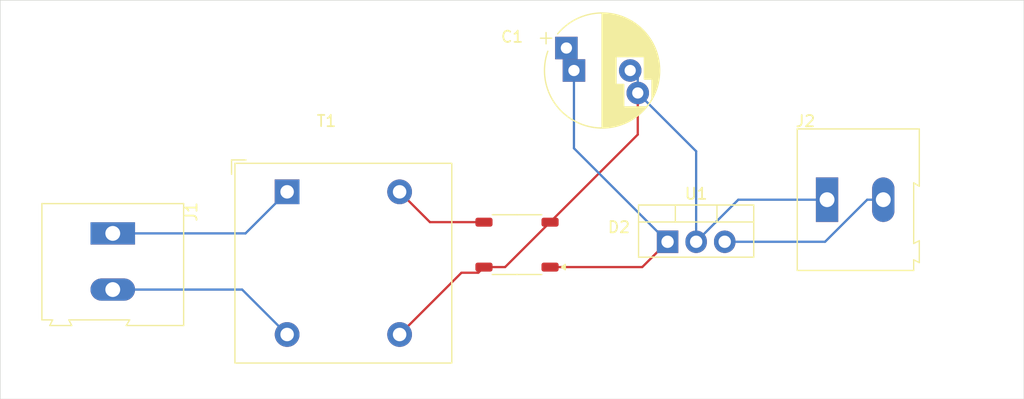
<source format=kicad_pcb>
(kicad_pcb (version 20240108) (generator "pcbnew") (generator_version "8.0")
  (layers (0 "F.Cu" signal) (31 "B.Cu" signal) (34 "B.Paste" user) (35 "F.Paste" user) (36 "B.SilkS" user "B.Silkscreen") (37 "F.SilkS" user "F.Silkscreen") (38 "B.Mask" user) (39 "F.Mask" user) (44 "Edge.Cuts" user))
  (net 0 "")
  (net 1 "Net-(D2-+)")
  (net 2 "Net-(T1-SB)")
  (net 3 "Net-(J1-Pin_2)")
  (net 4 "Net-(J1-Pin_1)")
  (net 5 "Net-(J2-Pin_2)")
  (net 6 "GND")
  (footprint "TerminalBlock:TerminalBlock_Altech_AK300-2_P5.00mm" (layer "F.Cu") (at 185.5 60.5)
    (property "Reference" "J2" (at -1.92 -6.99 0) (layer "F.SilkS"))
    (property "Value" "Screw_Terminal_01x02")
    (fp_line (start -2.65 -6.3) (end -2.65 6.3) (stroke (width 0.12)) (layer "F.SilkS"))
    (fp_line (start -2.65 6.3) (end 7.7 6.3) (stroke (width 0.12)) (layer "F.SilkS"))
    (fp_line (start 7.7 -1.5) (end 8.2 -1.2) (stroke (width 0.12)) (layer "F.SilkS"))
    (fp_line (start 7.7 3.9) (end 7.7 -1.5) (stroke (width 0.12)) (layer "F.SilkS"))
    (fp_line (start 7.7 5.35) (end 8.2 5.6) (stroke (width 0.12)) (layer "F.SilkS"))
    (fp_line (start 7.7 6.3) (end 7.7 5.35) (stroke (width 0.12)) (layer "F.SilkS"))
    (fp_line (start 8.2 -6.3) (end -2.65 -6.3) (stroke (width 0.12)) (layer "F.SilkS"))
    (fp_line (start 8.2 -1.2) (end 8.2 -6.3) (stroke (width 0.12)) (layer "F.SilkS"))
    (fp_line (start 8.2 3.65) (end 7.7 3.9) (stroke (width 0.12)) (layer "F.SilkS"))
    (fp_line (start 8.2 3.7) (end 8.2 3.65) (stroke (width 0.12)) (layer "F.SilkS"))
    (fp_line (start 8.2 5.6) (end 8.2 3.7) (stroke (width 0.12)) (layer "F.SilkS"))
    (pad "1" thru_hole rect (at 0 0) (size 1.98 3.96) (drill 1.32) (layers "*.Cu" "*.Mask") (net 6 "GND"))
    (pad "2" thru_hole oval (at 5 0) (size 1.98 3.96) (drill 1.32) (layers "*.Cu" "*.Mask") (net 5 "Net-(J2-Pin_2)"))
  )
  (footprint "Package_SO:TSSOP-4_4.4x5mm_P4mm" (layer "F.Cu") (at 157.9375 64.5 180)
    (property "Reference" "D2" (at -9.0625 1.55 0) (layer "F.SilkS"))
    (property "Value" "MDB6S")
    (fp_line (start 0 2.66) (end 2.2 2.66) (stroke (width 0.12)) (layer "F.SilkS"))
    (fp_line (start 0 2.66) (end -2.2 2.66) (stroke (width 0.12)) (layer "F.SilkS"))
    (fp_line (start 0 -2.66) (end 2.2 -2.66) (stroke (width 0.12)) (layer "F.SilkS"))
    (fp_line (start 0 -2.66) (end -2.2 -2.66) (stroke (width 0.12)) (layer "F.SilkS"))
    (fp_poly (pts (xy -3.96 -2) (xy -4.29 -2.24) (xy -4.29 -1.76) (xy -3.96 -2)) (stroke (width 0.12)) (fill solid) (layer "F.SilkS"))
    (pad "1" smd roundrect (at -2.9375 -2 180) (size 1.525 0.8) (layers "F.Cu" "F.Paste" "F.Mask") (net 1 "Net-(D2-+)"))
    (pad "2" smd roundrect (at -2.9375 2 180) (size 1.525 0.8) (layers "F.Cu" "F.Paste" "F.Mask") (net 6 "GND"))
    (pad "3" smd roundrect (at 2.9375 2 180) (size 1.525 0.8) (layers "F.Cu" "F.Paste" "F.Mask") (net 2 "Net-(T1-SB)"))
    (pad "4" smd roundrect (at 2.9375 -2 180) (size 1.525 0.8) (layers "F.Cu" "F.Paste" "F.Mask") (net 6 "GND"))
  )
  (footprint "Capacitor_THT:CP_Radial_D10.0mm_P5.00mm_P7.50mm" (layer "F.Cu") (at 163 49)
    (property "Reference" "C1" (at -5.5 -3 0) (layer "F.SilkS"))
    (property "Value" "C_Polarized")
    (fp_line (start -2.979646 -2.875) (end -1.979646 -2.875) (stroke (width 0.12)) (layer "F.SilkS"))
    (fp_line (start -2.479646 -3.375) (end -2.479646 -2.375) (stroke (width 0.12)) (layer "F.SilkS"))
    (fp_line (start 2.5 -5.08) (end 2.5 5.08) (stroke (width 0.12)) (layer "F.SilkS"))
    (fp_line (start 2.54 -5.08) (end 2.54 5.08) (stroke (width 0.12)) (layer "F.SilkS"))
    (fp_line (start 2.58 -5.08) (end 2.58 5.08) (stroke (width 0.12)) (layer "F.SilkS"))
    (fp_line (start 2.62 -5.079) (end 2.62 5.079) (stroke (width 0.12)) (layer "F.SilkS"))
    (fp_line (start 2.66 -5.078) (end 2.66 5.078) (stroke (width 0.12)) (layer "F.SilkS"))
    (fp_line (start 2.7 -5.077) (end 2.7 5.077) (stroke (width 0.12)) (layer "F.SilkS"))
    (fp_line (start 2.74 -5.075) (end 2.74 5.075) (stroke (width 0.12)) (layer "F.SilkS"))
    (fp_line (start 2.78 -5.073) (end 2.78 5.073) (stroke (width 0.12)) (layer "F.SilkS"))
    (fp_line (start 2.82 -5.07) (end 2.82 5.07) (stroke (width 0.12)) (layer "F.SilkS"))
    (fp_line (start 2.86 -5.068) (end 2.86 5.068) (stroke (width 0.12)) (layer "F.SilkS"))
    (fp_line (start 2.9 -5.065) (end 2.9 5.065) (stroke (width 0.12)) (layer "F.SilkS"))
    (fp_line (start 2.94 -5.062) (end 2.94 5.062) (stroke (width 0.12)) (layer "F.SilkS"))
    (fp_line (start 2.98 -5.058) (end 2.98 5.058) (stroke (width 0.12)) (layer "F.SilkS"))
    (fp_line (start 3.02 -5.054) (end 3.02 5.054) (stroke (width 0.12)) (layer "F.SilkS"))
    (fp_line (start 3.06 -5.05) (end 3.06 5.05) (stroke (width 0.12)) (layer "F.SilkS"))
    (fp_line (start 3.1 -5.045) (end 3.1 5.045) (stroke (width 0.12)) (layer "F.SilkS"))
    (fp_line (start 3.14 -5.04) (end 3.14 5.04) (stroke (width 0.12)) (layer "F.SilkS"))
    (fp_line (start 3.18 -5.035) (end 3.18 5.035) (stroke (width 0.12)) (layer "F.SilkS"))
    (fp_line (start 3.221 -5.03) (end 3.221 5.03) (stroke (width 0.12)) (layer "F.SilkS"))
    (fp_line (start 3.261 -5.024) (end 3.261 5.024) (stroke (width 0.12)) (layer "F.SilkS"))
    (fp_line (start 3.301 -5.018) (end 3.301 5.018) (stroke (width 0.12)) (layer "F.SilkS"))
    (fp_line (start 3.341 -5.011) (end 3.341 5.011) (stroke (width 0.12)) (layer "F.SilkS"))
    (fp_line (start 3.381 -5.004) (end 3.381 5.004) (stroke (width 0.12)) (layer "F.SilkS"))
    (fp_line (start 3.421 -4.997) (end 3.421 4.997) (stroke (width 0.12)) (layer "F.SilkS"))
    (fp_line (start 3.461 -4.99) (end 3.461 4.99) (stroke (width 0.12)) (layer "F.SilkS"))
    (fp_line (start 3.501 -4.982) (end 3.501 4.982) (stroke (width 0.12)) (layer "F.SilkS"))
    (fp_line (start 3.541 -4.974) (end 3.541 4.974) (stroke (width 0.12)) (layer "F.SilkS"))
    (fp_line (start 3.581 -4.965) (end 3.581 4.965) (stroke (width 0.12)) (layer "F.SilkS"))
    (fp_line (start 3.621 -4.956) (end 3.621 4.956) (stroke (width 0.12)) (layer "F.SilkS"))
    (fp_line (start 3.661 -4.947) (end 3.661 4.947) (stroke (width 0.12)) (layer "F.SilkS"))
    (fp_line (start 3.701 -4.938) (end 3.701 4.938) (stroke (width 0.12)) (layer "F.SilkS"))
    (fp_line (start 3.741 -4.928) (end 3.741 4.928) (stroke (width 0.12)) (layer "F.SilkS"))
    (fp_line (start 3.781 -4.918) (end 3.781 -1.241) (stroke (width 0.12)) (layer "F.SilkS"))
    (fp_line (start 3.781 1.241) (end 3.781 4.918) (stroke (width 0.12)) (layer "F.SilkS"))
    (fp_line (start 3.821 -4.907) (end 3.821 -1.241) (stroke (width 0.12)) (layer "F.SilkS"))
    (fp_line (start 3.821 1.241) (end 3.821 4.907) (stroke (width 0.12)) (layer "F.SilkS"))
    (fp_line (start 3.861 -4.897) (end 3.861 -1.241) (stroke (width 0.12)) (layer "F.SilkS"))
    (fp_line (start 3.861 1.241) (end 3.861 4.897) (stroke (width 0.12)) (layer "F.SilkS"))
    (fp_line (start 3.901 -4.885) (end 3.901 -1.241) (stroke (width 0.12)) (layer "F.SilkS"))
    (fp_line (start 3.901 1.241) (end 3.901 4.885) (stroke (width 0.12)) (layer "F.SilkS"))
    (fp_line (start 3.941 -4.874) (end 3.941 -1.241) (stroke (width 0.12)) (layer "F.SilkS"))
    (fp_line (start 3.941 1.241) (end 3.941 4.874) (stroke (width 0.12)) (layer "F.SilkS"))
    (fp_line (start 3.981 -4.862) (end 3.981 -1.241) (stroke (width 0.12)) (layer "F.SilkS"))
    (fp_line (start 3.981 1.241) (end 3.981 4.862) (stroke (width 0.12)) (layer "F.SilkS"))
    (fp_line (start 4.021 -4.85) (end 4.021 -1.241) (stroke (width 0.12)) (layer "F.SilkS"))
    (fp_line (start 4.021 1.241) (end 4.021 4.85) (stroke (width 0.12)) (layer "F.SilkS"))
    (fp_line (start 4.061 -4.837) (end 4.061 -1.241) (stroke (width 0.12)) (layer "F.SilkS"))
    (fp_line (start 4.061 1.241) (end 4.061 4.837) (stroke (width 0.12)) (layer "F.SilkS"))
    (fp_line (start 4.101 -4.824) (end 4.101 -1.241) (stroke (width 0.12)) (layer "F.SilkS"))
    (fp_line (start 4.101 1.241) (end 4.101 4.824) (stroke (width 0.12)) (layer "F.SilkS"))
    (fp_line (start 4.141 -4.811) (end 4.141 -1.241) (stroke (width 0.12)) (layer "F.SilkS"))
    (fp_line (start 4.141 1.241) (end 4.141 4.811) (stroke (width 0.12)) (layer "F.SilkS"))
    (fp_line (start 4.181 -4.797) (end 4.181 -1.241) (stroke (width 0.12)) (layer "F.SilkS"))
    (fp_line (start 4.181 1.241) (end 4.181 4.797) (stroke (width 0.12)) (layer "F.SilkS"))
    (fp_line (start 4.221 -4.783) (end 4.221 -1.241) (stroke (width 0.12)) (layer "F.SilkS"))
    (fp_line (start 4.221 1.241) (end 4.221 4.783) (stroke (width 0.12)) (layer "F.SilkS"))
    (fp_line (start 4.261 -4.768) (end 4.261 -1.241) (stroke (width 0.12)) (layer "F.SilkS"))
    (fp_line (start 4.261 1.241) (end 4.261 4.768) (stroke (width 0.12)) (layer "F.SilkS"))
    (fp_line (start 4.301 -4.754) (end 4.301 -1.241) (stroke (width 0.12)) (layer "F.SilkS"))
    (fp_line (start 4.301 1.241) (end 4.301 4.754) (stroke (width 0.12)) (layer "F.SilkS"))
    (fp_line (start 4.341 -4.738) (end 4.341 -1.241) (stroke (width 0.12)) (layer "F.SilkS"))
    (fp_line (start 4.341 1.241) (end 4.341 4.738) (stroke (width 0.12)) (layer "F.SilkS"))
    (fp_line (start 4.381 -4.723) (end 4.381 -1.241) (stroke (width 0.12)) (layer "F.SilkS"))
    (fp_line (start 4.381 1.241) (end 4.381 4.723) (stroke (width 0.12)) (layer "F.SilkS"))
    (fp_line (start 4.421 -4.707) (end 4.421 -1.241) (stroke (width 0.12)) (layer "F.SilkS"))
    (fp_line (start 4.421 1.241) (end 4.421 4.707) (stroke (width 0.12)) (layer "F.SilkS"))
    (fp_line (start 4.461 -4.69) (end 4.461 -1.241) (stroke (width 0.12)) (layer "F.SilkS"))
    (fp_line (start 4.461 3.24) (end 4.461 4.69) (stroke (width 0.12)) (layer "F.SilkS"))
    (fp_line (start 4.501 -4.674) (end 4.501 -1.241) (stroke (width 0.12)) (layer "F.SilkS"))
    (fp_line (start 4.501 3.24) (end 4.501 4.674) (stroke (width 0.12)) (layer "F.SilkS"))
    (fp_line (start 4.541 -4.657) (end 4.541 -1.241) (stroke (width 0.12)) (layer "F.SilkS"))
    (fp_line (start 4.541 3.24) (end 4.541 4.657) (stroke (width 0.12)) (layer "F.SilkS"))
    (fp_line (start 4.581 -4.639) (end 4.581 -1.241) (stroke (width 0.12)) (layer "F.SilkS"))
    (fp_line (start 4.581 3.24) (end 4.581 4.639) (stroke (width 0.12)) (layer "F.SilkS"))
    (fp_line (start 4.621 -4.621) (end 4.621 -1.241) (stroke (width 0.12)) (layer "F.SilkS"))
    (fp_line (start 4.621 3.24) (end 4.621 4.621) (stroke (width 0.12)) (layer "F.SilkS"))
    (fp_line (start 4.661 -4.603) (end 4.661 -1.241) (stroke (width 0.12)) (layer "F.SilkS"))
    (fp_line (start 4.661 3.24) (end 4.661 4.603) (stroke (width 0.12)) (layer "F.SilkS"))
    (fp_line (start 4.701 -4.584) (end 4.701 -1.241) (stroke (width 0.12)) (layer "F.SilkS"))
    (fp_line (start 4.701 3.24) (end 4.701 4.584) (stroke (width 0.12)) (layer "F.SilkS"))
    (fp_line (start 4.741 -4.564) (end 4.741 -1.241) (stroke (width 0.12)) (layer "F.SilkS"))
    (fp_line (start 4.741 3.24) (end 4.741 4.564) (stroke (width 0.12)) (layer "F.SilkS"))
    (fp_line (start 4.781 -4.545) (end 4.781 -1.241) (stroke (width 0.12)) (layer "F.SilkS"))
    (fp_line (start 4.781 3.24) (end 4.781 4.545) (stroke (width 0.12)) (layer "F.SilkS"))
    (fp_line (start 4.821 -4.525) (end 4.821 -1.241) (stroke (width 0.12)) (layer "F.SilkS"))
    (fp_line (start 4.821 3.24) (end 4.821 4.525) (stroke (width 0.12)) (layer "F.SilkS"))
    (fp_line (start 4.861 -4.504) (end 4.861 -1.241) (stroke (width 0.12)) (layer "F.SilkS"))
    (fp_line (start 4.861 3.24) (end 4.861 4.504) (stroke (width 0.12)) (layer "F.SilkS"))
    (fp_line (start 4.901 -4.483) (end 4.901 -1.241) (stroke (width 0.12)) (layer "F.SilkS"))
    (fp_line (start 4.901 3.24) (end 4.901 4.483) (stroke (width 0.12)) (layer "F.SilkS"))
    (fp_line (start 4.941 -4.462) (end 4.941 -1.241) (stroke (width 0.12)) (layer "F.SilkS"))
    (fp_line (start 4.941 3.24) (end 4.941 4.462) (stroke (width 0.12)) (layer "F.SilkS"))
    (fp_line (start 4.981 -4.44) (end 4.981 -1.241) (stroke (width 0.12)) (layer "F.SilkS"))
    (fp_line (start 4.981 3.24) (end 4.981 4.44) (stroke (width 0.12)) (layer "F.SilkS"))
    (fp_line (start 5.021 -4.417) (end 5.021 -1.241) (stroke (width 0.12)) (layer "F.SilkS"))
    (fp_line (start 5.021 3.24) (end 5.021 4.417) (stroke (width 0.12)) (layer "F.SilkS"))
    (fp_line (start 5.061 -4.395) (end 5.061 -1.241) (stroke (width 0.12)) (layer "F.SilkS"))
    (fp_line (start 5.061 3.24) (end 5.061 4.395) (stroke (width 0.12)) (layer "F.SilkS"))
    (fp_line (start 5.101 -4.371) (end 5.101 -1.241) (stroke (width 0.12)) (layer "F.SilkS"))
    (fp_line (start 5.101 3.24) (end 5.101 4.371) (stroke (width 0.12)) (layer "F.SilkS"))
    (fp_line (start 5.141 -4.347) (end 5.141 -1.241) (stroke (width 0.12)) (layer "F.SilkS"))
    (fp_line (start 5.141 3.24) (end 5.141 4.347) (stroke (width 0.12)) (layer "F.SilkS"))
    (fp_line (start 5.181 -4.323) (end 5.181 -1.241) (stroke (width 0.12)) (layer "F.SilkS"))
    (fp_line (start 5.181 3.24) (end 5.181 4.323) (stroke (width 0.12)) (layer "F.SilkS"))
    (fp_line (start 5.221 -4.298) (end 5.221 -1.241) (stroke (width 0.12)) (layer "F.SilkS"))
    (fp_line (start 5.221 3.24) (end 5.221 4.298) (stroke (width 0.12)) (layer "F.SilkS"))
    (fp_line (start 5.261 -4.273) (end 5.261 -1.241) (stroke (width 0.12)) (layer "F.SilkS"))
    (fp_line (start 5.261 3.24) (end 5.261 4.273) (stroke (width 0.12)) (layer "F.SilkS"))
    (fp_line (start 5.301 -4.247) (end 5.301 -1.241) (stroke (width 0.12)) (layer "F.SilkS"))
    (fp_line (start 5.301 3.24) (end 5.301 4.247) (stroke (width 0.12)) (layer "F.SilkS"))
    (fp_line (start 5.341 -4.221) (end 5.341 -1.241) (stroke (width 0.12)) (layer "F.SilkS"))
    (fp_line (start 5.341 3.24) (end 5.341 4.221) (stroke (width 0.12)) (layer "F.SilkS"))
    (fp_line (start 5.381 -4.194) (end 5.381 -1.241) (stroke (width 0.12)) (layer "F.SilkS"))
    (fp_line (start 5.381 3.24) (end 5.381 4.194) (stroke (width 0.12)) (layer "F.SilkS"))
    (fp_line (start 5.421 -4.166) (end 5.421 -1.241) (stroke (width 0.12)) (layer "F.SilkS"))
    (fp_line (start 5.421 3.24) (end 5.421 4.166) (stroke (width 0.12)) (layer "F.SilkS"))
    (fp_line (start 5.461 -4.138) (end 5.461 -1.241) (stroke (width 0.12)) (layer "F.SilkS"))
    (fp_line (start 5.461 3.24) (end 5.461 4.138) (stroke (width 0.12)) (layer "F.SilkS"))
    (fp_line (start 5.501 -4.11) (end 5.501 -1.241) (stroke (width 0.12)) (layer "F.SilkS"))
    (fp_line (start 5.501 3.24) (end 5.501 4.11) (stroke (width 0.12)) (layer "F.SilkS"))
    (fp_line (start 5.541 -4.08) (end 5.541 -1.241) (stroke (width 0.12)) (layer "F.SilkS"))
    (fp_line (start 5.541 3.24) (end 5.541 4.08) (stroke (width 0.12)) (layer "F.SilkS"))
    (fp_line (start 5.581 -4.05) (end 5.581 -1.241) (stroke (width 0.12)) (layer "F.SilkS"))
    (fp_line (start 5.581 3.24) (end 5.581 4.05) (stroke (width 0.12)) (layer "F.SilkS"))
    (fp_line (start 5.621 -4.02) (end 5.621 -1.241) (stroke (width 0.12)) (layer "F.SilkS"))
    (fp_line (start 5.621 3.24) (end 5.621 4.02) (stroke (width 0.12)) (layer "F.SilkS"))
    (fp_line (start 5.661 -3.989) (end 5.661 -1.241) (stroke (width 0.12)) (layer "F.SilkS"))
    (fp_line (start 5.661 3.24) (end 5.661 3.989) (stroke (width 0.12)) (layer "F.SilkS"))
    (fp_line (start 5.701 -3.957) (end 5.701 -1.241) (stroke (width 0.12)) (layer "F.SilkS"))
    (fp_line (start 5.701 3.24) (end 5.701 3.957) (stroke (width 0.12)) (layer "F.SilkS"))
    (fp_line (start 5.741 -3.925) (end 5.741 -1.241) (stroke (width 0.12)) (layer "F.SilkS"))
    (fp_line (start 5.741 3.24) (end 5.741 3.925) (stroke (width 0.12)) (layer "F.SilkS"))
    (fp_line (start 5.781 -3.892) (end 5.781 -1.241) (stroke (width 0.12)) (layer "F.SilkS"))
    (fp_line (start 5.781 3.24) (end 5.781 3.892) (stroke (width 0.12)) (layer "F.SilkS"))
    (fp_line (start 5.821 -3.858) (end 5.821 -1.241) (stroke (width 0.12)) (layer "F.SilkS"))
    (fp_line (start 5.821 3.24) (end 5.821 3.858) (stroke (width 0.12)) (layer "F.SilkS"))
    (fp_line (start 5.861 -3.824) (end 5.861 -1.241) (stroke (width 0.12)) (layer "F.SilkS"))
    (fp_line (start 5.861 3.24) (end 5.861 3.824) (stroke (width 0.12)) (layer "F.SilkS"))
    (fp_line (start 5.901 -3.789) (end 5.901 -1.241) (stroke (width 0.12)) (layer "F.SilkS"))
    (fp_line (start 5.901 3.24) (end 5.901 3.789) (stroke (width 0.12)) (layer "F.SilkS"))
    (fp_line (start 5.941 -3.753) (end 5.941 -1.241) (stroke (width 0.12)) (layer "F.SilkS"))
    (fp_line (start 5.941 3.24) (end 5.941 3.753) (stroke (width 0.12)) (layer "F.SilkS"))
    (fp_line (start 5.981 -3.716) (end 5.981 -1.241) (stroke (width 0.12)) (layer "F.SilkS"))
    (fp_line (start 5.981 3.24) (end 5.981 3.716) (stroke (width 0.12)) (layer "F.SilkS"))
    (fp_line (start 6.021 -3.679) (end 6.021 -1.241) (stroke (width 0.12)) (layer "F.SilkS"))
    (fp_line (start 6.021 3.24) (end 6.021 3.679) (stroke (width 0.12)) (layer "F.SilkS"))
    (fp_line (start 6.061 -3.64) (end 6.061 -1.241) (stroke (width 0.12)) (layer "F.SilkS"))
    (fp_line (start 6.061 3.24) (end 6.061 3.64) (stroke (width 0.12)) (layer "F.SilkS"))
    (fp_line (start 6.101 -3.601) (end 6.101 -1.241) (stroke (width 0.12)) (layer "F.SilkS"))
    (fp_line (start 6.101 3.24) (end 6.101 3.601) (stroke (width 0.12)) (layer "F.SilkS"))
    (fp_line (start 6.141 -3.561) (end 6.141 -1.241) (stroke (width 0.12)) (layer "F.SilkS"))
    (fp_line (start 6.141 3.24) (end 6.141 3.561) (stroke (width 0.12)) (layer "F.SilkS"))
    (fp_line (start 6.181 -3.52) (end 6.181 -1.241) (stroke (width 0.12)) (layer "F.SilkS"))
    (fp_line (start 6.181 3.24) (end 6.181 3.52) (stroke (width 0.12)) (layer "F.SilkS"))
    (fp_line (start 6.221 -3.478) (end 6.221 -1.241) (stroke (width 0.12)) (layer "F.SilkS"))
    (fp_line (start 6.221 3.24) (end 6.221 3.478) (stroke (width 0.12)) (layer "F.SilkS"))
    (fp_line (start 6.261 -3.436) (end 6.261 0.76) (stroke (width 0.12)) (layer "F.SilkS"))
    (fp_line (start 6.261 3.24) (end 6.261 3.436) (stroke (width 0.12)) (layer "F.SilkS"))
    (fp_line (start 6.301 -3.392) (end 6.301 0.76) (stroke (width 0.12)) (layer "F.SilkS"))
    (fp_line (start 6.301 3.24) (end 6.301 3.392) (stroke (width 0.12)) (layer "F.SilkS"))
    (fp_line (start 6.341 -3.347) (end 6.341 0.76) (stroke (width 0.12)) (layer "F.SilkS"))
    (fp_line (start 6.341 3.24) (end 6.341 3.347) (stroke (width 0.12)) (layer "F.SilkS"))
    (fp_line (start 6.381 -3.301) (end 6.381 0.76) (stroke (width 0.12)) (layer "F.SilkS"))
    (fp_line (start 6.381 3.24) (end 6.381 3.301) (stroke (width 0.12)) (layer "F.SilkS"))
    (fp_line (start 6.421 -3.254) (end 6.421 0.76) (stroke (width 0.12)) (layer "F.SilkS"))
    (fp_line (start 6.421 3.24) (end 6.421 3.254) (stroke (width 0.12)) (layer "F.SilkS"))
    (fp_line (start 6.461 -3.206) (end 6.461 0.76) (stroke (width 0.12)) (layer "F.SilkS"))
    (fp_line (start 6.501 -3.156) (end 6.501 0.76) (stroke (width 0.12)) (layer "F.SilkS"))
    (fp_line (start 6.541 -3.106) (end 6.541 0.76) (stroke (width 0.12)) (layer "F.SilkS"))
    (fp_line (start 6.581 -3.054) (end 6.581 0.76) (stroke (width 0.12)) (layer "F.SilkS"))
    (fp_line (start 6.621 -3) (end 6.621 0.76) (stroke (width 0.12)) (layer "F.SilkS"))
    (fp_line (start 6.661 -2.945) (end 6.661 0.76) (stroke (width 0.12)) (layer "F.SilkS"))
    (fp_line (start 6.701 -2.889) (end 6.701 0.76) (stroke (width 0.12)) (layer "F.SilkS"))
    (fp_line (start 6.741 -2.83) (end 6.741 0.76) (stroke (width 0.12)) (layer "F.SilkS"))
    (fp_line (start 6.781 -2.77) (end 6.781 0.76) (stroke (width 0.12)) (layer "F.SilkS"))
    (fp_line (start 6.821 -2.709) (end 6.821 0.76) (stroke (width 0.12)) (layer "F.SilkS"))
    (fp_line (start 6.861 -2.645) (end 6.861 0.76) (stroke (width 0.12)) (layer "F.SilkS"))
    (fp_line (start 6.901 -2.579) (end 6.901 0.76) (stroke (width 0.12)) (layer "F.SilkS"))
    (fp_line (start 6.941 -2.51) (end 6.941 2.51) (stroke (width 0.12)) (layer "F.SilkS"))
    (fp_line (start 6.981 -2.439) (end 6.981 2.439) (stroke (width 0.12)) (layer "F.SilkS"))
    (fp_line (start 7.021 -2.365) (end 7.021 2.365) (stroke (width 0.12)) (layer "F.SilkS"))
    (fp_line (start 7.061 -2.289) (end 7.061 2.289) (stroke (width 0.12)) (layer "F.SilkS"))
    (fp_line (start 7.101 -2.209) (end 7.101 2.209) (stroke (width 0.12)) (layer "F.SilkS"))
    (fp_line (start 7.141 -2.125) (end 7.141 2.125) (stroke (width 0.12)) (layer "F.SilkS"))
    (fp_line (start 7.181 -2.037) (end 7.181 2.037) (stroke (width 0.12)) (layer "F.SilkS"))
    (fp_line (start 7.221 -1.944) (end 7.221 1.944) (stroke (width 0.12)) (layer "F.SilkS"))
    (fp_line (start 7.261 -1.846) (end 7.261 1.846) (stroke (width 0.12)) (layer "F.SilkS"))
    (fp_line (start 7.301 -1.742) (end 7.301 1.742) (stroke (width 0.12)) (layer "F.SilkS"))
    (fp_line (start 7.341 -1.63) (end 7.341 1.63) (stroke (width 0.12)) (layer "F.SilkS"))
    (fp_line (start 7.381 -1.51) (end 7.381 1.51) (stroke (width 0.12)) (layer "F.SilkS"))
    (fp_line (start 7.421 -1.378) (end 7.421 1.378) (stroke (width 0.12)) (layer "F.SilkS"))
    (fp_line (start 7.461 -1.23) (end 7.461 1.23) (stroke (width 0.12)) (layer "F.SilkS"))
    (fp_line (start 7.501 -1.062) (end 7.501 1.062) (stroke (width 0.12)) (layer "F.SilkS"))
    (fp_line (start 7.541 -0.862) (end 7.541 0.862) (stroke (width 0.12)) (layer "F.SilkS"))
    (fp_line (start 7.581 -0.599) (end 7.581 0.599) (stroke (width 0.12)) (layer "F.SilkS"))
    (fp_arc (start -1.448012 -3.26) (mid 6.954126 2.524908) (end -2.324903 -1.713098) (stroke (width 0.12)) (layer "F.SilkS"))
    (pad "1" thru_hole rect (at -0.672144 -2) (size 2 2) (drill 1) (layers "*.Cu" "*.Mask") (net 1 "Net-(D2-+)"))
    (pad "1" thru_hole rect (at 0 0) (size 2 2) (drill 1) (layers "*.Cu" "*.Mask") (net 1 "Net-(D2-+)"))
    (pad "2" thru_hole circle (at 5 0) (size 2 2) (drill 1) (layers "*.Cu" "*.Mask") (net 6 "GND"))
    (pad "2" thru_hole circle (at 5.672144 2) (size 2 2) (drill 1) (layers "*.Cu" "*.Mask") (net 6 "GND"))
  )
  (footprint "Transformer_THT:Transformer_Zeming_ZMPT101K" (layer "F.Cu") (at 137.5 59.8)
    (property "Reference" "T1" (at 3.5 -6.3 0) (layer "F.SilkS"))
    (property "Value" "Transformer_1P_1S")
    (fp_line (start -4.94 -2.84) (end -3.66 -2.84) (stroke (width 0.12)) (layer "F.SilkS"))
    (fp_line (start -4.94 -1.56) (end -4.94 -2.84) (stroke (width 0.12)) (layer "F.SilkS"))
    (fp_rect (start -4.64 -2.54) (end 14.64 15.24) (stroke (width 0.12)) (fill none) (layer "F.SilkS"))
    (pad "1" thru_hole rect (at 0 0) (size 2.2 2.2) (drill 1.2) (layers "*.Cu" "*.Mask") (net 4 "Net-(J1-Pin_1)"))
    (pad "2" thru_hole circle (at 0 12.7) (size 2.2 2.2) (drill 1.2) (layers "*.Cu" "*.Mask") (net 3 "Net-(J1-Pin_2)"))
    (pad "3" thru_hole circle (at 10 12.7) (size 2.2 2.2) (drill 1.2) (layers "*.Cu" "*.Mask") (net 6 "GND"))
    (pad "4" thru_hole circle (at 10 0) (size 2.2 2.2) (drill 1.2) (layers "*.Cu" "*.Mask") (net 2 "Net-(T1-SB)"))
  )
  (footprint "TerminalBlock:TerminalBlock_Altech_AK300-2_P5.00mm" (layer "F.Cu") (at 122 63.5 -90)
    (property "Reference" "J1" (at -1.92 -6.99 90) (layer "F.SilkS"))
    (property "Value" "Screw_Terminal_01x02")
    (fp_line (start -2.65 6.3) (end 7.7 6.3) (stroke (width 0.12)) (layer "F.SilkS"))
    (fp_line (start 7.7 6.3) (end 7.7 5.35) (stroke (width 0.12)) (layer "F.SilkS"))
    (fp_line (start 8.2 5.6) (end 8.2 3.7) (stroke (width 0.12)) (layer "F.SilkS"))
    (fp_line (start 7.7 5.35) (end 8.2 5.6) (stroke (width 0.12)) (layer "F.SilkS"))
    (fp_line (start 7.7 3.9) (end 7.7 -1.5) (stroke (width 0.12)) (layer "F.SilkS"))
    (fp_line (start 8.2 3.7) (end 8.2 3.65) (stroke (width 0.12)) (layer "F.SilkS"))
    (fp_line (start 8.2 3.65) (end 7.7 3.9) (stroke (width 0.12)) (layer "F.SilkS"))
    (fp_line (start 8.2 -1.2) (end 8.2 -6.3) (stroke (width 0.12)) (layer "F.SilkS"))
    (fp_line (start 7.7 -1.5) (end 8.2 -1.2) (stroke (width 0.12)) (layer "F.SilkS"))
    (fp_line (start -2.65 -6.3) (end -2.65 6.3) (stroke (width 0.12)) (layer "F.SilkS"))
    (fp_line (start 8.2 -6.3) (end -2.65 -6.3) (stroke (width 0.12)) (layer "F.SilkS"))
    (pad "1" thru_hole rect (at 0 0 270) (size 1.98 3.96) (drill 1.32) (layers "*.Cu" "*.Mask") (net 4 "Net-(J1-Pin_1)"))
    (pad "2" thru_hole oval (at 5 0 270) (size 1.98 3.96) (drill 1.32) (layers "*.Cu" "*.Mask") (net 3 "Net-(J1-Pin_2)"))
  )
  (footprint "Package_TO_SOT_THT:TO-220-3_Vertical" (layer "F.Cu") (at 171.3225 64.245)
    (property "Reference" "U1" (at 2.54 -4.27 0) (layer "F.SilkS"))
    (property "Value" "LM7805_TO220")
    (fp_line (start -2.58 -3.27) (end -2.58 1.371) (stroke (width 0.12)) (layer "F.SilkS"))
    (fp_line (start -2.58 -3.27) (end 7.66 -3.27) (stroke (width 0.12)) (layer "F.SilkS"))
    (fp_line (start -2.58 -1.76) (end 7.66 -1.76) (stroke (width 0.12)) (layer "F.SilkS"))
    (fp_line (start -2.58 1.371) (end 7.66 1.371) (stroke (width 0.12)) (layer "F.SilkS"))
    (fp_line (start 0.69 -3.27) (end 0.69 -1.76) (stroke (width 0.12)) (layer "F.SilkS"))
    (fp_line (start 4.391 -3.27) (end 4.391 -1.76) (stroke (width 0.12)) (layer "F.SilkS"))
    (fp_line (start 7.66 -3.27) (end 7.66 1.371) (stroke (width 0.12)) (layer "F.SilkS"))
    (pad "1" thru_hole rect (at 0 0) (size 1.905 2) (drill 1.1) (layers "*.Cu" "*.Mask") (net 1 "Net-(D2-+)"))
    (pad "2" thru_hole oval (at 2.54 0) (size 1.905 2) (drill 1.1) (layers "*.Cu" "*.Mask") (net 6 "GND"))
    (pad "3" thru_hole oval (at 5.08 0) (size 1.905 2) (drill 1.1) (layers "*.Cu" "*.Mask") (net 5 "Net-(J2-Pin_2)"))
  )
  (gr_rect (start 112 42.75) (end 203 78.25) (stroke (width 0.05)) (fill none) (layer "Edge.Cuts"))
  (segment (start 169.0675 66.5) (end 171.3225 64.245) (width 0.2) (layer "F.Cu") (net 1))
  (segment (start 160.875 66.5) (end 169.0675 66.5) (width 0.2) (layer "F.Cu") (net 1))
  (segment (start 163 49) (end 163 55.9225) (width 0.2) (layer "B.Cu") (net 1))
  (segment (start 162.327856 48.327856) (end 163 49) (width 0.2) (layer "B.Cu") (net 1))
  (segment (start 162.327856 47) (end 162.327856 48.327856) (width 0.2) (layer "B.Cu") (net 1))
  (segment (start 163 55.9225) (end 171.3225 64.245) (width 0.2) (layer "B.Cu") (net 1))
  (segment (start 155 62.5) (end 150.2 62.5) (width 0.2) (layer "F.Cu") (net 2))
  (segment (start 150.2 62.5) (end 147.5 59.8) (width 0.2) (layer "F.Cu") (net 2))
  (segment (start 133.5 68.5) (end 137.5 72.5) (width 0.2) (layer "B.Cu") (net 3))
  (segment (start 122 68.5) (end 133.5 68.5) (width 0.2) (layer "B.Cu") (net 3))
  (segment (start 133.8 63.5) (end 137.5 59.8) (width 0.2) (layer "B.Cu") (net 4))
  (segment (start 122 63.5) (end 133.8 63.5) (width 0.2) (layer "B.Cu") (net 4))
  (segment (start 176.4025 64.245) (end 185.325 64.245) (width 0.2) (layer "B.Cu") (net 5))
  (segment (start 189.07 60.5) (end 190.5 60.5) (width 0.2) (layer "B.Cu") (net 5))
  (segment (start 185.325 64.245) (end 189.07 60.5) (width 0.2) (layer "B.Cu") (net 5))
  (segment (start 155 66.5) (end 156.875 66.5) (width 0.2) (layer "F.Cu") (net 6))
  (segment (start 155 66.5) (end 154.5 67) (width 0.2) (layer "F.Cu") (net 6))
  (segment (start 154.5 67) (end 153 67) (width 0.2) (layer "F.Cu") (net 6))
  (segment (start 156.875 66.5) (end 160.875 62.5) (width 0.2) (layer "F.Cu") (net 6))
  (segment (start 168.672144 54.702856) (end 168.672144 51) (width 0.2) (layer "F.Cu") (net 6))
  (segment (start 153 67) (end 147.5 72.5) (width 0.2) (layer "F.Cu") (net 6))
  (segment (start 160.875 62.5) (end 168.672144 54.702856) (width 0.2) (layer "F.Cu") (net 6))
  (segment (start 168.672144 51) (end 168.672144 49.672144) (width 0.2) (layer "B.Cu") (net 6))
  (segment (start 173.8625 56.190356) (end 168.672144 51) (width 0.2) (layer "B.Cu") (net 6))
  (segment (start 173.8625 64.245) (end 177.6075 60.5) (width 0.2) (layer "B.Cu") (net 6))
  (segment (start 173.8625 64.245) (end 173.8625 56.190356) (width 0.2) (layer "B.Cu") (net 6))
  (segment (start 177.6075 60.5) (end 185.5 60.5) (width 0.2) (layer "B.Cu") (net 6))
  (segment (start 168.672144 49.672144) (end 168 49) (width 0.2) (layer "B.Cu") (net 6))
)
</source>
